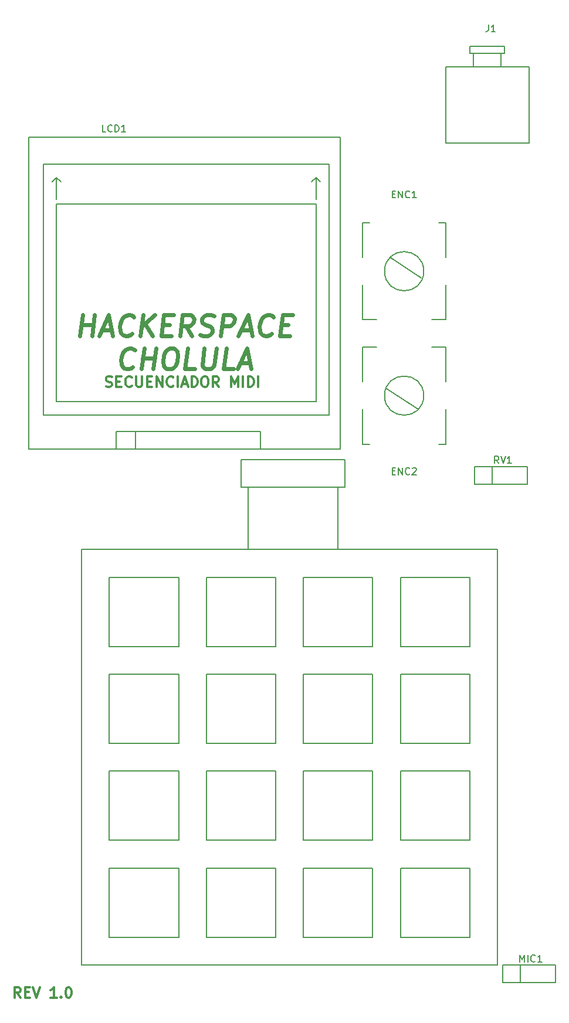
<source format=gto>
G04 (created by PCBNEW (2013-07-07 BZR 4022)-stable) date 25/05/2015 14:38:35*
%MOIN*%
G04 Gerber Fmt 3.4, Leading zero omitted, Abs format*
%FSLAX34Y34*%
G01*
G70*
G90*
G04 APERTURE LIST*
%ADD10C,0.00590551*%
%ADD11C,0.011811*%
%ADD12C,0.023622*%
%ADD13C,0.006*%
G04 APERTURE END LIST*
G54D10*
G54D11*
X112978Y-51628D02*
X113062Y-51656D01*
X113203Y-51656D01*
X113259Y-51628D01*
X113287Y-51600D01*
X113315Y-51543D01*
X113315Y-51487D01*
X113287Y-51431D01*
X113259Y-51403D01*
X113203Y-51375D01*
X113090Y-51347D01*
X113034Y-51318D01*
X113006Y-51290D01*
X112978Y-51234D01*
X112978Y-51178D01*
X113006Y-51122D01*
X113034Y-51093D01*
X113090Y-51065D01*
X113231Y-51065D01*
X113315Y-51093D01*
X113568Y-51347D02*
X113765Y-51347D01*
X113849Y-51656D02*
X113568Y-51656D01*
X113568Y-51065D01*
X113849Y-51065D01*
X114440Y-51600D02*
X114412Y-51628D01*
X114327Y-51656D01*
X114271Y-51656D01*
X114187Y-51628D01*
X114131Y-51571D01*
X114102Y-51515D01*
X114074Y-51403D01*
X114074Y-51318D01*
X114102Y-51206D01*
X114131Y-51150D01*
X114187Y-51093D01*
X114271Y-51065D01*
X114327Y-51065D01*
X114412Y-51093D01*
X114440Y-51122D01*
X114693Y-51065D02*
X114693Y-51543D01*
X114721Y-51600D01*
X114749Y-51628D01*
X114805Y-51656D01*
X114918Y-51656D01*
X114974Y-51628D01*
X115002Y-51600D01*
X115030Y-51543D01*
X115030Y-51065D01*
X115312Y-51347D02*
X115508Y-51347D01*
X115593Y-51656D02*
X115312Y-51656D01*
X115312Y-51065D01*
X115593Y-51065D01*
X115846Y-51656D02*
X115846Y-51065D01*
X116183Y-51656D01*
X116183Y-51065D01*
X116802Y-51600D02*
X116774Y-51628D01*
X116690Y-51656D01*
X116633Y-51656D01*
X116549Y-51628D01*
X116493Y-51571D01*
X116465Y-51515D01*
X116437Y-51403D01*
X116437Y-51318D01*
X116465Y-51206D01*
X116493Y-51150D01*
X116549Y-51093D01*
X116633Y-51065D01*
X116690Y-51065D01*
X116774Y-51093D01*
X116802Y-51122D01*
X117055Y-51656D02*
X117055Y-51065D01*
X117308Y-51487D02*
X117589Y-51487D01*
X117252Y-51656D02*
X117449Y-51065D01*
X117646Y-51656D01*
X117843Y-51656D02*
X117843Y-51065D01*
X117983Y-51065D01*
X118068Y-51093D01*
X118124Y-51150D01*
X118152Y-51206D01*
X118180Y-51318D01*
X118180Y-51403D01*
X118152Y-51515D01*
X118124Y-51571D01*
X118068Y-51628D01*
X117983Y-51656D01*
X117843Y-51656D01*
X118546Y-51065D02*
X118658Y-51065D01*
X118714Y-51093D01*
X118771Y-51150D01*
X118799Y-51262D01*
X118799Y-51459D01*
X118771Y-51571D01*
X118714Y-51628D01*
X118658Y-51656D01*
X118546Y-51656D01*
X118489Y-51628D01*
X118433Y-51571D01*
X118405Y-51459D01*
X118405Y-51262D01*
X118433Y-51150D01*
X118489Y-51093D01*
X118546Y-51065D01*
X119389Y-51656D02*
X119192Y-51375D01*
X119052Y-51656D02*
X119052Y-51065D01*
X119277Y-51065D01*
X119333Y-51093D01*
X119361Y-51122D01*
X119389Y-51178D01*
X119389Y-51262D01*
X119361Y-51318D01*
X119333Y-51347D01*
X119277Y-51375D01*
X119052Y-51375D01*
X120092Y-51656D02*
X120092Y-51065D01*
X120289Y-51487D01*
X120486Y-51065D01*
X120486Y-51656D01*
X120767Y-51656D02*
X120767Y-51065D01*
X121048Y-51656D02*
X121048Y-51065D01*
X121189Y-51065D01*
X121273Y-51093D01*
X121330Y-51150D01*
X121358Y-51206D01*
X121386Y-51318D01*
X121386Y-51403D01*
X121358Y-51515D01*
X121330Y-51571D01*
X121273Y-51628D01*
X121189Y-51656D01*
X121048Y-51656D01*
X121639Y-51656D02*
X121639Y-51065D01*
X108124Y-86380D02*
X107927Y-86099D01*
X107786Y-86380D02*
X107786Y-85790D01*
X108011Y-85790D01*
X108068Y-85818D01*
X108096Y-85846D01*
X108124Y-85902D01*
X108124Y-85987D01*
X108096Y-86043D01*
X108068Y-86071D01*
X108011Y-86099D01*
X107786Y-86099D01*
X108377Y-86071D02*
X108574Y-86071D01*
X108658Y-86380D02*
X108377Y-86380D01*
X108377Y-85790D01*
X108658Y-85790D01*
X108827Y-85790D02*
X109024Y-86380D01*
X109221Y-85790D01*
X110177Y-86380D02*
X109839Y-86380D01*
X110008Y-86380D02*
X110008Y-85790D01*
X109952Y-85874D01*
X109895Y-85930D01*
X109839Y-85958D01*
X110430Y-86324D02*
X110458Y-86352D01*
X110430Y-86380D01*
X110402Y-86352D01*
X110430Y-86324D01*
X110430Y-86380D01*
X110823Y-85790D02*
X110880Y-85790D01*
X110936Y-85818D01*
X110964Y-85846D01*
X110992Y-85902D01*
X111020Y-86015D01*
X111020Y-86155D01*
X110992Y-86268D01*
X110964Y-86324D01*
X110936Y-86352D01*
X110880Y-86380D01*
X110823Y-86380D01*
X110767Y-86352D01*
X110739Y-86324D01*
X110711Y-86268D01*
X110683Y-86155D01*
X110683Y-86015D01*
X110711Y-85902D01*
X110739Y-85846D01*
X110767Y-85818D01*
X110823Y-85790D01*
G54D12*
X111506Y-48745D02*
X111654Y-47564D01*
X111583Y-48127D02*
X112258Y-48127D01*
X112181Y-48745D02*
X112329Y-47564D01*
X112729Y-48408D02*
X113292Y-48408D01*
X112575Y-48745D02*
X113116Y-47564D01*
X113362Y-48745D01*
X114445Y-48633D02*
X114382Y-48689D01*
X114206Y-48745D01*
X114093Y-48745D01*
X113932Y-48689D01*
X113833Y-48577D01*
X113791Y-48464D01*
X113763Y-48239D01*
X113784Y-48070D01*
X113868Y-47845D01*
X113939Y-47733D01*
X114065Y-47620D01*
X114241Y-47564D01*
X114353Y-47564D01*
X114515Y-47620D01*
X114564Y-47677D01*
X114937Y-48745D02*
X115085Y-47564D01*
X115612Y-48745D02*
X115190Y-48070D01*
X115759Y-47564D02*
X115000Y-48239D01*
X116195Y-48127D02*
X116589Y-48127D01*
X116680Y-48745D02*
X116118Y-48745D01*
X116266Y-47564D01*
X116828Y-47564D01*
X117862Y-48745D02*
X117538Y-48183D01*
X117187Y-48745D02*
X117334Y-47564D01*
X117784Y-47564D01*
X117890Y-47620D01*
X117939Y-47677D01*
X117981Y-47789D01*
X117960Y-47958D01*
X117890Y-48070D01*
X117826Y-48127D01*
X117707Y-48183D01*
X117257Y-48183D01*
X118319Y-48689D02*
X118480Y-48745D01*
X118761Y-48745D01*
X118881Y-48689D01*
X118944Y-48633D01*
X119015Y-48520D01*
X119029Y-48408D01*
X118986Y-48295D01*
X118937Y-48239D01*
X118832Y-48183D01*
X118614Y-48127D01*
X118508Y-48070D01*
X118459Y-48014D01*
X118417Y-47902D01*
X118431Y-47789D01*
X118501Y-47677D01*
X118565Y-47620D01*
X118684Y-47564D01*
X118965Y-47564D01*
X119127Y-47620D01*
X119493Y-48745D02*
X119640Y-47564D01*
X120090Y-47564D01*
X120196Y-47620D01*
X120245Y-47677D01*
X120287Y-47789D01*
X120266Y-47958D01*
X120196Y-48070D01*
X120132Y-48127D01*
X120013Y-48183D01*
X119563Y-48183D01*
X120660Y-48408D02*
X121222Y-48408D01*
X120505Y-48745D02*
X121046Y-47564D01*
X121292Y-48745D01*
X122375Y-48633D02*
X122312Y-48689D01*
X122136Y-48745D01*
X122024Y-48745D01*
X121862Y-48689D01*
X121763Y-48577D01*
X121721Y-48464D01*
X121693Y-48239D01*
X121714Y-48070D01*
X121799Y-47845D01*
X121869Y-47733D01*
X121995Y-47620D01*
X122171Y-47564D01*
X122284Y-47564D01*
X122445Y-47620D01*
X122495Y-47677D01*
X122945Y-48127D02*
X123338Y-48127D01*
X123430Y-48745D02*
X122867Y-48745D01*
X123015Y-47564D01*
X123577Y-47564D01*
X114501Y-50523D02*
X114438Y-50579D01*
X114262Y-50635D01*
X114150Y-50635D01*
X113988Y-50579D01*
X113889Y-50466D01*
X113847Y-50354D01*
X113819Y-50129D01*
X113840Y-49960D01*
X113925Y-49735D01*
X113995Y-49623D01*
X114121Y-49510D01*
X114297Y-49454D01*
X114410Y-49454D01*
X114571Y-49510D01*
X114621Y-49566D01*
X114993Y-50635D02*
X115141Y-49454D01*
X115071Y-50016D02*
X115745Y-50016D01*
X115668Y-50635D02*
X115816Y-49454D01*
X116603Y-49454D02*
X116828Y-49454D01*
X116934Y-49510D01*
X117032Y-49623D01*
X117060Y-49848D01*
X117011Y-50241D01*
X116927Y-50466D01*
X116800Y-50579D01*
X116680Y-50635D01*
X116455Y-50635D01*
X116350Y-50579D01*
X116252Y-50466D01*
X116223Y-50241D01*
X116273Y-49848D01*
X116357Y-49623D01*
X116484Y-49510D01*
X116603Y-49454D01*
X118030Y-50635D02*
X117468Y-50635D01*
X117616Y-49454D01*
X118572Y-49454D02*
X118452Y-50410D01*
X118494Y-50523D01*
X118544Y-50579D01*
X118649Y-50635D01*
X118874Y-50635D01*
X118993Y-50579D01*
X119057Y-50523D01*
X119127Y-50410D01*
X119247Y-49454D01*
X120224Y-50635D02*
X119661Y-50635D01*
X119809Y-49454D01*
X120603Y-50298D02*
X121166Y-50298D01*
X120449Y-50635D02*
X120990Y-49454D01*
X121236Y-50635D01*
G54D10*
X130707Y-52941D02*
X128935Y-51760D01*
X131888Y-54909D02*
X132282Y-54909D01*
X127557Y-52941D02*
X127557Y-54909D01*
X127557Y-54909D02*
X127951Y-54909D01*
X128345Y-49398D02*
X127557Y-49398D01*
X127557Y-49398D02*
X127557Y-51366D01*
X132282Y-51366D02*
X132282Y-49398D01*
X132282Y-49398D02*
X131494Y-49398D01*
X132282Y-54909D02*
X132282Y-52941D01*
X131033Y-52153D02*
G75*
G03X131033Y-52153I-1113J0D01*
G74*
G01*
X129133Y-44291D02*
X130905Y-45472D01*
X127952Y-42322D02*
X127559Y-42322D01*
X132283Y-44291D02*
X132283Y-42322D01*
X132283Y-42322D02*
X131889Y-42322D01*
X131496Y-47834D02*
X132283Y-47834D01*
X132283Y-47834D02*
X132283Y-45866D01*
X127559Y-45866D02*
X127559Y-47834D01*
X127559Y-47834D02*
X128346Y-47834D01*
X127559Y-42322D02*
X127559Y-44291D01*
X131034Y-45078D02*
G75*
G03X131034Y-45078I-1113J0D01*
G74*
G01*
G54D13*
X133933Y-57192D02*
X133933Y-56192D01*
X133933Y-56192D02*
X136933Y-56192D01*
X136933Y-56192D02*
X136933Y-57192D01*
X136933Y-57192D02*
X133933Y-57192D01*
X134933Y-56192D02*
X134933Y-57192D01*
X135507Y-85539D02*
X135507Y-84539D01*
X135507Y-84539D02*
X138507Y-84539D01*
X138507Y-84539D02*
X138507Y-85539D01*
X138507Y-85539D02*
X135507Y-85539D01*
X136507Y-84539D02*
X136507Y-85539D01*
G54D10*
X113573Y-55192D02*
X121773Y-55192D01*
X114673Y-54192D02*
X114673Y-55192D01*
X113773Y-54192D02*
X113573Y-54192D01*
X113573Y-54192D02*
X113573Y-55192D01*
X121573Y-54192D02*
X121773Y-54192D01*
X121773Y-54192D02*
X121773Y-55192D01*
X113673Y-54192D02*
X121673Y-54192D01*
X124923Y-39742D02*
X125173Y-39992D01*
X124923Y-39742D02*
X124673Y-39992D01*
X124923Y-39992D02*
X124923Y-39742D01*
X124923Y-39992D02*
X124923Y-40992D01*
X110173Y-39742D02*
X110423Y-39992D01*
X110173Y-39742D02*
X109923Y-39992D01*
X110173Y-39742D02*
X110173Y-40992D01*
X110173Y-41242D02*
X124923Y-41242D01*
X124923Y-41242D02*
X124923Y-52492D01*
X124923Y-52492D02*
X110173Y-52492D01*
X110173Y-52492D02*
X110173Y-41242D01*
X109423Y-38992D02*
X125673Y-38992D01*
X125673Y-38992D02*
X125673Y-53242D01*
X125673Y-53242D02*
X109423Y-53242D01*
X109423Y-53242D02*
X109423Y-38992D01*
X108580Y-37460D02*
X126297Y-37460D01*
X126297Y-37460D02*
X126297Y-55177D01*
X126297Y-55177D02*
X108580Y-55177D01*
X108580Y-55177D02*
X108580Y-37460D01*
X135629Y-32283D02*
X135629Y-32677D01*
X133661Y-32283D02*
X133661Y-32677D01*
X133858Y-32677D02*
X135433Y-32677D01*
X135433Y-33464D02*
X135433Y-32677D01*
X135433Y-32677D02*
X135629Y-32677D01*
X133661Y-32677D02*
X133858Y-32677D01*
X133858Y-32677D02*
X133858Y-33464D01*
X135629Y-32283D02*
X133661Y-32283D01*
X132283Y-33464D02*
X137007Y-33464D01*
X137007Y-33464D02*
X137007Y-37795D01*
X137007Y-37795D02*
X132283Y-37795D01*
X132283Y-37795D02*
X132283Y-33464D01*
X126165Y-57357D02*
X126165Y-60900D01*
X121047Y-57357D02*
X121047Y-60900D01*
X120653Y-55782D02*
X120653Y-57357D01*
X120653Y-57357D02*
X126559Y-57357D01*
X126559Y-57357D02*
X126559Y-55782D01*
X126559Y-55782D02*
X120653Y-55782D01*
X113173Y-67987D02*
X113173Y-71924D01*
X113173Y-73499D02*
X113173Y-77436D01*
X113173Y-79011D02*
X113173Y-82948D01*
X113173Y-82948D02*
X117110Y-82948D01*
X122622Y-82948D02*
X118685Y-82948D01*
X128134Y-82948D02*
X124197Y-82948D01*
X133646Y-79011D02*
X133646Y-82948D01*
X133646Y-82948D02*
X129709Y-82948D01*
X133646Y-73499D02*
X133646Y-77436D01*
X133646Y-67987D02*
X133646Y-71924D01*
X129709Y-62475D02*
X133646Y-62475D01*
X133646Y-62475D02*
X133646Y-66412D01*
X124197Y-62475D02*
X128134Y-62475D01*
X118685Y-62475D02*
X122622Y-62475D01*
X113173Y-66412D02*
X113173Y-62475D01*
X113173Y-62475D02*
X117110Y-62475D01*
X124197Y-73499D02*
X128134Y-73499D01*
X128134Y-73499D02*
X128134Y-77436D01*
X128134Y-77436D02*
X124197Y-77436D01*
X124197Y-77436D02*
X124197Y-73499D01*
X118685Y-73499D02*
X118685Y-77436D01*
X118685Y-77436D02*
X122622Y-77436D01*
X122622Y-77436D02*
X122622Y-73499D01*
X122622Y-73499D02*
X118685Y-73499D01*
X124197Y-67987D02*
X128134Y-67987D01*
X128134Y-67987D02*
X128134Y-71924D01*
X128134Y-71924D02*
X124197Y-71924D01*
X124197Y-71924D02*
X124197Y-67987D01*
X118685Y-67987D02*
X122622Y-67987D01*
X122622Y-67987D02*
X122622Y-71924D01*
X122622Y-71924D02*
X118685Y-71924D01*
X118685Y-71924D02*
X118685Y-67987D01*
X133646Y-73499D02*
X129709Y-73499D01*
X129709Y-73499D02*
X129709Y-77436D01*
X129709Y-77436D02*
X133646Y-77436D01*
X133646Y-67987D02*
X129709Y-67987D01*
X129709Y-67987D02*
X129709Y-71924D01*
X129709Y-71924D02*
X133646Y-71924D01*
X124197Y-62475D02*
X124197Y-66412D01*
X124197Y-66412D02*
X128134Y-66412D01*
X128134Y-66412D02*
X128134Y-62475D01*
X122622Y-66412D02*
X122622Y-62475D01*
X118685Y-66412D02*
X122622Y-66412D01*
X118685Y-66412D02*
X118685Y-62475D01*
X113173Y-71924D02*
X117110Y-71924D01*
X117110Y-71924D02*
X117110Y-67987D01*
X117110Y-67987D02*
X113173Y-67987D01*
X113173Y-77436D02*
X117110Y-77436D01*
X117110Y-77436D02*
X117110Y-73499D01*
X117110Y-73499D02*
X113173Y-73499D01*
X124197Y-82948D02*
X124197Y-79011D01*
X124197Y-79011D02*
X128134Y-79011D01*
X128134Y-79011D02*
X128134Y-82948D01*
X118685Y-82948D02*
X118685Y-79011D01*
X118685Y-79011D02*
X122622Y-79011D01*
X122622Y-79011D02*
X122622Y-82948D01*
X129709Y-62475D02*
X129709Y-66412D01*
X129709Y-66412D02*
X133646Y-66412D01*
X129709Y-82948D02*
X129709Y-79011D01*
X129709Y-79011D02*
X133646Y-79011D01*
X113173Y-79011D02*
X117110Y-79011D01*
X117110Y-79011D02*
X117110Y-82948D01*
X113173Y-66412D02*
X117110Y-66412D01*
X117110Y-66412D02*
X117110Y-62475D01*
X111598Y-60900D02*
X135220Y-60900D01*
X135220Y-60900D02*
X135220Y-84522D01*
X135220Y-84522D02*
X111598Y-84522D01*
X111598Y-84522D02*
X111598Y-60900D01*
X129245Y-56437D02*
X129376Y-56437D01*
X129432Y-56644D02*
X129245Y-56644D01*
X129245Y-56250D01*
X129432Y-56250D01*
X129601Y-56644D02*
X129601Y-56250D01*
X129826Y-56644D01*
X129826Y-56250D01*
X130238Y-56606D02*
X130220Y-56625D01*
X130163Y-56644D01*
X130126Y-56644D01*
X130070Y-56625D01*
X130032Y-56587D01*
X130013Y-56550D01*
X129995Y-56475D01*
X129995Y-56419D01*
X130013Y-56344D01*
X130032Y-56306D01*
X130070Y-56269D01*
X130126Y-56250D01*
X130163Y-56250D01*
X130220Y-56269D01*
X130238Y-56287D01*
X130388Y-56287D02*
X130407Y-56269D01*
X130445Y-56250D01*
X130538Y-56250D01*
X130576Y-56269D01*
X130594Y-56287D01*
X130613Y-56325D01*
X130613Y-56362D01*
X130594Y-56419D01*
X130370Y-56644D01*
X130613Y-56644D01*
X129246Y-40701D02*
X129377Y-40701D01*
X129433Y-40907D02*
X129246Y-40907D01*
X129246Y-40513D01*
X129433Y-40513D01*
X129602Y-40907D02*
X129602Y-40513D01*
X129827Y-40907D01*
X129827Y-40513D01*
X130239Y-40869D02*
X130221Y-40888D01*
X130164Y-40907D01*
X130127Y-40907D01*
X130071Y-40888D01*
X130033Y-40851D01*
X130014Y-40813D01*
X129996Y-40738D01*
X129996Y-40682D01*
X130014Y-40607D01*
X130033Y-40569D01*
X130071Y-40532D01*
X130127Y-40513D01*
X130164Y-40513D01*
X130221Y-40532D01*
X130239Y-40551D01*
X130614Y-40907D02*
X130389Y-40907D01*
X130502Y-40907D02*
X130502Y-40513D01*
X130464Y-40569D01*
X130427Y-40607D01*
X130389Y-40626D01*
G54D13*
X135294Y-56004D02*
X135161Y-55814D01*
X135066Y-56004D02*
X135066Y-55604D01*
X135218Y-55604D01*
X135256Y-55623D01*
X135275Y-55642D01*
X135294Y-55681D01*
X135294Y-55738D01*
X135275Y-55776D01*
X135256Y-55795D01*
X135218Y-55814D01*
X135066Y-55814D01*
X135409Y-55604D02*
X135542Y-56004D01*
X135675Y-55604D01*
X136018Y-56004D02*
X135790Y-56004D01*
X135904Y-56004D02*
X135904Y-55604D01*
X135866Y-55661D01*
X135828Y-55700D01*
X135790Y-55719D01*
X136488Y-84351D02*
X136488Y-83951D01*
X136622Y-84236D01*
X136755Y-83951D01*
X136755Y-84351D01*
X136945Y-84351D02*
X136945Y-83951D01*
X137365Y-84313D02*
X137345Y-84332D01*
X137288Y-84351D01*
X137250Y-84351D01*
X137193Y-84332D01*
X137155Y-84294D01*
X137136Y-84256D01*
X137117Y-84179D01*
X137117Y-84122D01*
X137136Y-84046D01*
X137155Y-84008D01*
X137193Y-83970D01*
X137250Y-83951D01*
X137288Y-83951D01*
X137345Y-83970D01*
X137365Y-83989D01*
X137745Y-84351D02*
X137517Y-84351D01*
X137631Y-84351D02*
X137631Y-83951D01*
X137593Y-84008D01*
X137555Y-84046D01*
X137517Y-84065D01*
G54D10*
X112963Y-37151D02*
X112776Y-37151D01*
X112776Y-36757D01*
X113320Y-37113D02*
X113301Y-37132D01*
X113245Y-37151D01*
X113207Y-37151D01*
X113151Y-37132D01*
X113113Y-37095D01*
X113095Y-37057D01*
X113076Y-36982D01*
X113076Y-36926D01*
X113095Y-36851D01*
X113113Y-36814D01*
X113151Y-36776D01*
X113207Y-36757D01*
X113245Y-36757D01*
X113301Y-36776D01*
X113320Y-36795D01*
X113488Y-37151D02*
X113488Y-36757D01*
X113582Y-36757D01*
X113638Y-36776D01*
X113676Y-36814D01*
X113695Y-36851D01*
X113713Y-36926D01*
X113713Y-36982D01*
X113695Y-37057D01*
X113676Y-37095D01*
X113638Y-37132D01*
X113582Y-37151D01*
X113488Y-37151D01*
X114088Y-37151D02*
X113863Y-37151D01*
X113976Y-37151D02*
X113976Y-36757D01*
X113938Y-36814D01*
X113901Y-36851D01*
X113863Y-36870D01*
X134711Y-31064D02*
X134711Y-31346D01*
X134692Y-31402D01*
X134655Y-31439D01*
X134598Y-31458D01*
X134561Y-31458D01*
X135104Y-31458D02*
X134880Y-31458D01*
X134992Y-31458D02*
X134992Y-31064D01*
X134955Y-31121D01*
X134917Y-31158D01*
X134880Y-31177D01*
M02*

</source>
